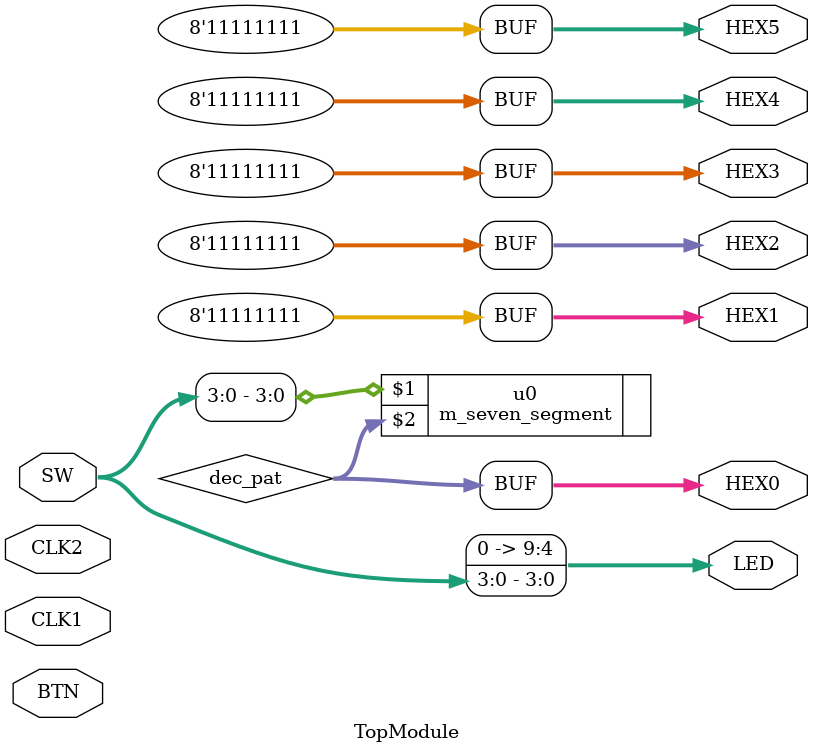
<source format=v>
module TopModule(
	///CLOCK/////
	input              CLK1,
	input              CLK2,
	//// SEG7/////
	output     [7:0]   HEX0,
	output     [7:0]   HEX1,
	output     [7:0]   HEX2,
	output     [7:0]   HEX3,
	output     [7:0]   HEX4,
	output     [7:0]   HEX5,
	//// PUSH BUTTON //////
	input      [1:0]   BTN,
	///// LED////////
	output     [9:0]   LED,
	/////// SW///////////
	input      [9:0]   SW
   
	);
	
	wire [7:0] dec_pat;
	
	m_seven_segment u0(SW[3:0], dec_pat);
	assign LED={6'h0, SW[3:0]};
	assign HEX0=dec_pat;

//assign LED=SW;
//assign HEX0=8'hff;
assign HEX1=8'hff;
assign HEX2=8'hff;
assign HEX3=8'hff;
assign HEX4=8'hff;
assign HEX5=8'hff;

endmodule
</source>
